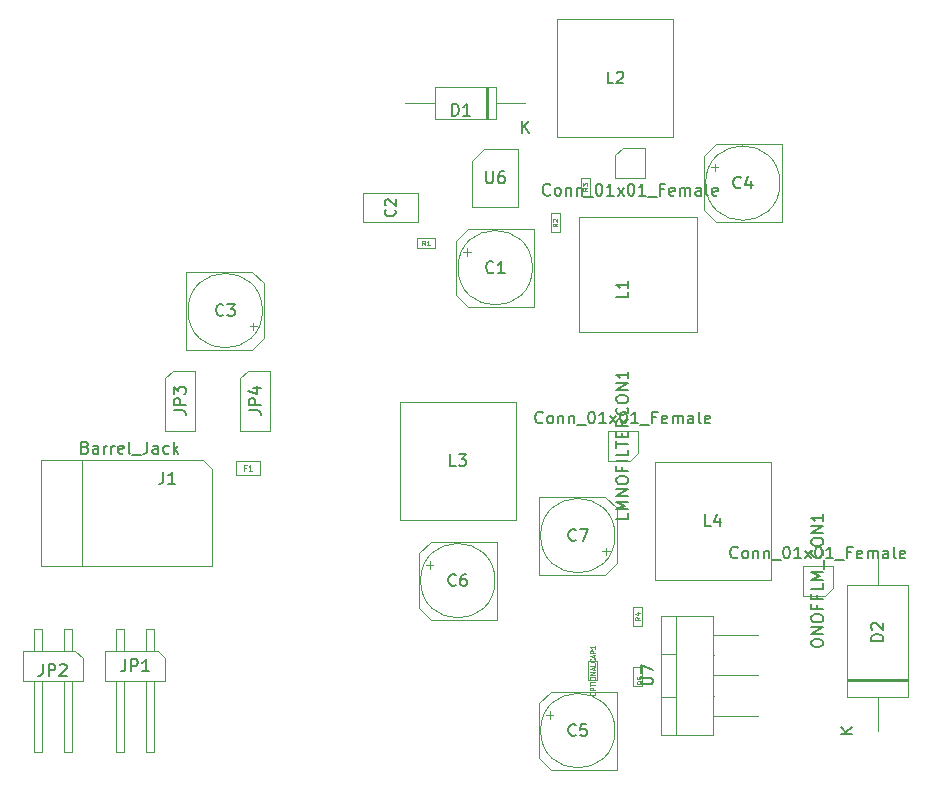
<source format=gbr>
G04 #@! TF.GenerationSoftware,KiCad,Pcbnew,5.0.2+dfsg1-1~bpo9+1*
G04 #@! TF.CreationDate,2019-12-06T02:16:18-05:00*
G04 #@! TF.ProjectId,uno,756e6f2e-6b69-4636-9164-5f7063625858,v1.0*
G04 #@! TF.SameCoordinates,Original*
G04 #@! TF.FileFunction,Other,Fab,Top*
%FSLAX46Y46*%
G04 Gerber Fmt 4.6, Leading zero omitted, Abs format (unit mm)*
G04 Created by KiCad (PCBNEW 5.0.2+dfsg1-1~bpo9+1) date Fri 06 Dec 2019 02:16:18 AM EST*
%MOMM*%
%LPD*%
G01*
G04 APERTURE LIST*
%ADD10C,0.100000*%
%ADD11C,0.080000*%
%ADD12C,0.150000*%
%ADD13C,0.141000*%
%ADD14C,0.060000*%
G04 APERTURE END LIST*
D10*
G04 #@! TO.C,F1*
X56785000Y-86395000D02*
X58785000Y-86395000D01*
X56785000Y-87595000D02*
X56785000Y-86395000D01*
X58785000Y-87595000D02*
X56785000Y-87595000D01*
X58785000Y-86395000D02*
X58785000Y-87595000D01*
G04 #@! TO.C,JP4*
X57150000Y-79375000D02*
X57785000Y-78740000D01*
X57150000Y-83820000D02*
X57150000Y-79375000D01*
X59690000Y-83820000D02*
X57150000Y-83820000D01*
X59690000Y-78740000D02*
X59690000Y-83820000D01*
X57785000Y-78740000D02*
X59690000Y-78740000D01*
G04 #@! TO.C,C2*
X67540000Y-66197500D02*
X72240000Y-66197500D01*
X67540000Y-63697500D02*
X67540000Y-66197500D01*
X72240000Y-63697500D02*
X67540000Y-63697500D01*
X72240000Y-66197500D02*
X72240000Y-63697500D01*
G04 #@! TO.C,JP3*
X50800000Y-79375000D02*
X51435000Y-78740000D01*
X50800000Y-83820000D02*
X50800000Y-79375000D01*
X53340000Y-83820000D02*
X50800000Y-83820000D01*
X53340000Y-78740000D02*
X53340000Y-83820000D01*
X51435000Y-78740000D02*
X53340000Y-78740000D01*
G04 #@! TO.C,C1*
X76350162Y-68382500D02*
X76350162Y-69012500D01*
X76035162Y-68697500D02*
X76665162Y-68697500D01*
X75440000Y-72327500D02*
X76440000Y-73327500D01*
X75440000Y-67727500D02*
X76440000Y-66727500D01*
X75440000Y-67727500D02*
X75440000Y-72327500D01*
X76440000Y-73327500D02*
X82040000Y-73327500D01*
X76440000Y-66727500D02*
X82040000Y-66727500D01*
X82040000Y-66727500D02*
X82040000Y-73327500D01*
X81890000Y-70027500D02*
G75*
G03X81890000Y-70027500I-3150000J0D01*
G01*
G04 #@! TO.C,C3*
X58269838Y-75305000D02*
X58269838Y-74675000D01*
X58584838Y-74990000D02*
X57954838Y-74990000D01*
X59180000Y-71360000D02*
X58180000Y-70360000D01*
X59180000Y-75960000D02*
X58180000Y-76960000D01*
X59180000Y-75960000D02*
X59180000Y-71360000D01*
X58180000Y-70360000D02*
X52580000Y-70360000D01*
X58180000Y-76960000D02*
X52580000Y-76960000D01*
X52580000Y-76960000D02*
X52580000Y-70360000D01*
X59030000Y-73660000D02*
G75*
G03X59030000Y-73660000I-3150000J0D01*
G01*
G04 #@! TO.C,C4*
X102845000Y-62865000D02*
G75*
G03X102845000Y-62865000I-3150000J0D01*
G01*
X102995000Y-59565000D02*
X102995000Y-66165000D01*
X97395000Y-59565000D02*
X102995000Y-59565000D01*
X97395000Y-66165000D02*
X102995000Y-66165000D01*
X96395000Y-60565000D02*
X96395000Y-65165000D01*
X96395000Y-60565000D02*
X97395000Y-59565000D01*
X96395000Y-65165000D02*
X97395000Y-66165000D01*
X96990162Y-61535000D02*
X97620162Y-61535000D01*
X97305162Y-61220000D02*
X97305162Y-61850000D01*
G04 #@! TO.C,C5*
X88875000Y-109220000D02*
G75*
G03X88875000Y-109220000I-3150000J0D01*
G01*
X89025000Y-105920000D02*
X89025000Y-112520000D01*
X83425000Y-105920000D02*
X89025000Y-105920000D01*
X83425000Y-112520000D02*
X89025000Y-112520000D01*
X82425000Y-106920000D02*
X82425000Y-111520000D01*
X82425000Y-106920000D02*
X83425000Y-105920000D01*
X82425000Y-111520000D02*
X83425000Y-112520000D01*
X83020162Y-107890000D02*
X83650162Y-107890000D01*
X83335162Y-107575000D02*
X83335162Y-108205000D01*
G04 #@! TO.C,C6*
X78715000Y-96520000D02*
G75*
G03X78715000Y-96520000I-3150000J0D01*
G01*
X78865000Y-93220000D02*
X78865000Y-99820000D01*
X73265000Y-93220000D02*
X78865000Y-93220000D01*
X73265000Y-99820000D02*
X78865000Y-99820000D01*
X72265000Y-94220000D02*
X72265000Y-98820000D01*
X72265000Y-94220000D02*
X73265000Y-93220000D01*
X72265000Y-98820000D02*
X73265000Y-99820000D01*
X72860162Y-95190000D02*
X73490162Y-95190000D01*
X73175162Y-94875000D02*
X73175162Y-95505000D01*
G04 #@! TO.C,C7*
X88114838Y-94355000D02*
X88114838Y-93725000D01*
X88429838Y-94040000D02*
X87799838Y-94040000D01*
X89025000Y-90410000D02*
X88025000Y-89410000D01*
X89025000Y-95010000D02*
X88025000Y-96010000D01*
X89025000Y-95010000D02*
X89025000Y-90410000D01*
X88025000Y-89410000D02*
X82425000Y-89410000D01*
X88025000Y-96010000D02*
X82425000Y-96010000D01*
X82425000Y-96010000D02*
X82425000Y-89410000D01*
X88875000Y-92710000D02*
G75*
G03X88875000Y-92710000I-3150000J0D01*
G01*
G04 #@! TO.C,D1*
X78800000Y-57407500D02*
X78800000Y-54707500D01*
X78800000Y-54707500D02*
X73600000Y-54707500D01*
X73600000Y-54707500D02*
X73600000Y-57407500D01*
X73600000Y-57407500D02*
X78800000Y-57407500D01*
X81280000Y-56057500D02*
X78800000Y-56057500D01*
X71120000Y-56057500D02*
X73600000Y-56057500D01*
X78020000Y-57407500D02*
X78020000Y-54707500D01*
X77920000Y-57407500D02*
X77920000Y-54707500D01*
X78120000Y-57407500D02*
X78120000Y-54707500D01*
G04 #@! TO.C,D2*
X108525000Y-106350000D02*
X113725000Y-106350000D01*
X113725000Y-106350000D02*
X113725000Y-96850000D01*
X113725000Y-96850000D02*
X108525000Y-96850000D01*
X108525000Y-96850000D02*
X108525000Y-106350000D01*
X111125000Y-109220000D02*
X111125000Y-106350000D01*
X111125000Y-93980000D02*
X111125000Y-96850000D01*
X108525000Y-104925000D02*
X113725000Y-104925000D01*
X108525000Y-104825000D02*
X113725000Y-104825000D01*
X108525000Y-105025000D02*
X113725000Y-105025000D01*
G04 #@! TO.C,J1*
X53971787Y-86299575D02*
X54775000Y-87055000D01*
X43775000Y-86305000D02*
X43775000Y-95305000D01*
X40275000Y-86305000D02*
X40275000Y-95305000D01*
X40275000Y-95305000D02*
X54775000Y-95305000D01*
X54775000Y-95305000D02*
X54775000Y-87055000D01*
X53975000Y-86305000D02*
X40275000Y-86305000D01*
G04 #@! TO.C,JP1*
X50800000Y-103100000D02*
X50800000Y-105005000D01*
X50800000Y-105005000D02*
X45720000Y-105005000D01*
X45720000Y-105005000D02*
X45720000Y-102465000D01*
X45720000Y-102465000D02*
X50165000Y-102465000D01*
X50165000Y-102465000D02*
X50800000Y-103100000D01*
X49850000Y-100645000D02*
X49850000Y-102465000D01*
X49850000Y-100645000D02*
X49210000Y-100645000D01*
X49210000Y-100645000D02*
X49210000Y-102465000D01*
X49850000Y-105005000D02*
X49850000Y-111005000D01*
X49850000Y-111005000D02*
X49210000Y-111005000D01*
X49210000Y-105005000D02*
X49210000Y-111005000D01*
X47310000Y-100645000D02*
X47310000Y-102465000D01*
X47310000Y-100645000D02*
X46670000Y-100645000D01*
X46670000Y-100645000D02*
X46670000Y-102465000D01*
X47310000Y-105005000D02*
X47310000Y-111005000D01*
X47310000Y-111005000D02*
X46670000Y-111005000D01*
X46670000Y-105005000D02*
X46670000Y-111005000D01*
G04 #@! TO.C,JP2*
X39685000Y-105005000D02*
X39685000Y-111005000D01*
X40325000Y-111005000D02*
X39685000Y-111005000D01*
X40325000Y-105005000D02*
X40325000Y-111005000D01*
X39685000Y-100645000D02*
X39685000Y-102465000D01*
X40325000Y-100645000D02*
X39685000Y-100645000D01*
X40325000Y-100645000D02*
X40325000Y-102465000D01*
X42225000Y-105005000D02*
X42225000Y-111005000D01*
X42865000Y-111005000D02*
X42225000Y-111005000D01*
X42865000Y-105005000D02*
X42865000Y-111005000D01*
X42225000Y-100645000D02*
X42225000Y-102465000D01*
X42865000Y-100645000D02*
X42225000Y-100645000D01*
X42865000Y-100645000D02*
X42865000Y-102465000D01*
X43180000Y-102465000D02*
X43815000Y-103100000D01*
X38735000Y-102465000D02*
X43180000Y-102465000D01*
X38735000Y-105005000D02*
X38735000Y-102465000D01*
X43815000Y-105005000D02*
X38735000Y-105005000D01*
X43815000Y-103100000D02*
X43815000Y-105005000D01*
G04 #@! TO.C,L1*
X95805000Y-75510000D02*
X85805000Y-75510000D01*
X95805000Y-65710000D02*
X85805000Y-65710000D01*
X95805000Y-65710000D02*
X95805000Y-75510000D01*
X85805000Y-65710000D02*
X85805000Y-75510000D01*
G04 #@! TO.C,L2*
X84000000Y-58975000D02*
X93800000Y-58975000D01*
X84000000Y-48975000D02*
X93800000Y-48975000D01*
X84000000Y-48975000D02*
X84000000Y-58975000D01*
X93800000Y-48975000D02*
X93800000Y-58975000D01*
G04 #@! TO.C,L3*
X80465000Y-81360000D02*
X70665000Y-81360000D01*
X80465000Y-91360000D02*
X70665000Y-91360000D01*
X80465000Y-91360000D02*
X80465000Y-81360000D01*
X70665000Y-91360000D02*
X70665000Y-81360000D01*
G04 #@! TO.C,L4*
X92255000Y-96440000D02*
X92255000Y-86440000D01*
X102055000Y-96440000D02*
X102055000Y-86440000D01*
X102055000Y-96440000D02*
X92255000Y-96440000D01*
X102055000Y-86440000D02*
X92255000Y-86440000D01*
G04 #@! TO.C,LMNOFILTERCON1*
X90170000Y-86360000D02*
X88265000Y-86360000D01*
X88265000Y-86360000D02*
X88265000Y-83820000D01*
X88265000Y-83820000D02*
X90805000Y-83820000D01*
X90805000Y-83820000D02*
X90805000Y-85725000D01*
X90805000Y-85725000D02*
X90170000Y-86360000D01*
G04 #@! TO.C,MCNOFILTERCON1*
X89535000Y-59867500D02*
X91440000Y-59867500D01*
X91440000Y-59867500D02*
X91440000Y-62407500D01*
X91440000Y-62407500D02*
X88900000Y-62407500D01*
X88900000Y-62407500D02*
X88900000Y-60502500D01*
X88900000Y-60502500D02*
X89535000Y-59867500D01*
G04 #@! TO.C,ONOFFLM_CON1*
X107315000Y-97155000D02*
X106680000Y-97790000D01*
X107315000Y-95250000D02*
X107315000Y-97155000D01*
X104775000Y-95250000D02*
X107315000Y-95250000D01*
X104775000Y-97790000D02*
X104775000Y-95250000D01*
X106680000Y-97790000D02*
X104775000Y-97790000D01*
G04 #@! TO.C,OPTIONALCAP1*
X86595000Y-103340000D02*
X87395000Y-103340000D01*
X87395000Y-103340000D02*
X87395000Y-104940000D01*
X87395000Y-104940000D02*
X86595000Y-104940000D01*
X86595000Y-104940000D02*
X86595000Y-103340000D01*
G04 #@! TO.C,R1*
X73672500Y-68345000D02*
X72072500Y-68345000D01*
X73672500Y-67545000D02*
X73672500Y-68345000D01*
X72072500Y-67545000D02*
X73672500Y-67545000D01*
X72072500Y-68345000D02*
X72072500Y-67545000D01*
G04 #@! TO.C,R2*
X84220000Y-67017500D02*
X83420000Y-67017500D01*
X83420000Y-67017500D02*
X83420000Y-65417500D01*
X83420000Y-65417500D02*
X84220000Y-65417500D01*
X84220000Y-65417500D02*
X84220000Y-67017500D01*
G04 #@! TO.C,R3*
X85960000Y-63995000D02*
X85960000Y-62395000D01*
X86760000Y-63995000D02*
X85960000Y-63995000D01*
X86760000Y-62395000D02*
X86760000Y-63995000D01*
X85960000Y-62395000D02*
X86760000Y-62395000D01*
G04 #@! TO.C,R4*
X91205000Y-100342500D02*
X90405000Y-100342500D01*
X90405000Y-100342500D02*
X90405000Y-98742500D01*
X90405000Y-98742500D02*
X91205000Y-98742500D01*
X91205000Y-98742500D02*
X91205000Y-100342500D01*
G04 #@! TO.C,R5*
X90405000Y-105422500D02*
X90405000Y-103822500D01*
X91205000Y-105422500D02*
X90405000Y-105422500D01*
X91205000Y-103822500D02*
X91205000Y-105422500D01*
X90405000Y-103822500D02*
X91205000Y-103822500D01*
G04 #@! TO.C,U6*
X77790000Y-59957500D02*
X80690000Y-59957500D01*
X80690000Y-59957500D02*
X80690000Y-64857500D01*
X80690000Y-64857500D02*
X76790000Y-64857500D01*
X76790000Y-64857500D02*
X76790000Y-60957500D01*
X76790000Y-60957500D02*
X77790000Y-59957500D01*
G04 #@! TO.C,U7*
X92765000Y-109550000D02*
X97165000Y-109550000D01*
X97165000Y-109550000D02*
X97165000Y-99550000D01*
X97165000Y-99550000D02*
X92765000Y-99550000D01*
X92765000Y-99550000D02*
X92765000Y-109550000D01*
X94035000Y-109550000D02*
X94035000Y-99550000D01*
X92765000Y-106400000D02*
X94035000Y-106400000D01*
X92765000Y-102700000D02*
X94035000Y-102700000D01*
X97165000Y-107950000D02*
X100965000Y-107950000D01*
X97165000Y-106250000D02*
X97265000Y-106250000D01*
X97165000Y-104550000D02*
X100965000Y-104550000D01*
X97165000Y-102850000D02*
X97265000Y-102850000D01*
X97165000Y-101150000D02*
X100965000Y-101150000D01*
G04 #@! TD*
G04 #@! TO.C,F1*
D11*
X57618333Y-86959285D02*
X57451666Y-86959285D01*
X57451666Y-87221190D02*
X57451666Y-86721190D01*
X57689761Y-86721190D01*
X58142142Y-87221190D02*
X57856428Y-87221190D01*
X57999285Y-87221190D02*
X57999285Y-86721190D01*
X57951666Y-86792619D01*
X57904047Y-86840238D01*
X57856428Y-86864047D01*
G04 #@! TO.C,JP4*
D12*
X57872380Y-82113333D02*
X58586666Y-82113333D01*
X58729523Y-82160952D01*
X58824761Y-82256190D01*
X58872380Y-82399047D01*
X58872380Y-82494285D01*
X58872380Y-81637142D02*
X57872380Y-81637142D01*
X57872380Y-81256190D01*
X57920000Y-81160952D01*
X57967619Y-81113333D01*
X58062857Y-81065714D01*
X58205714Y-81065714D01*
X58300952Y-81113333D01*
X58348571Y-81160952D01*
X58396190Y-81256190D01*
X58396190Y-81637142D01*
X58205714Y-80208571D02*
X58872380Y-80208571D01*
X57824761Y-80446666D02*
X58539047Y-80684761D01*
X58539047Y-80065714D01*
G04 #@! TO.C,C2*
D13*
X70225714Y-65104166D02*
X70270476Y-65148928D01*
X70315238Y-65283214D01*
X70315238Y-65372738D01*
X70270476Y-65507023D01*
X70180952Y-65596547D01*
X70091428Y-65641309D01*
X69912380Y-65686071D01*
X69778095Y-65686071D01*
X69599047Y-65641309D01*
X69509523Y-65596547D01*
X69420000Y-65507023D01*
X69375238Y-65372738D01*
X69375238Y-65283214D01*
X69420000Y-65148928D01*
X69464761Y-65104166D01*
X69464761Y-64746071D02*
X69420000Y-64701309D01*
X69375238Y-64611785D01*
X69375238Y-64387976D01*
X69420000Y-64298452D01*
X69464761Y-64253690D01*
X69554285Y-64208928D01*
X69643809Y-64208928D01*
X69778095Y-64253690D01*
X70315238Y-64790833D01*
X70315238Y-64208928D01*
G04 #@! TO.C,JP3*
D12*
X51522380Y-82113333D02*
X52236666Y-82113333D01*
X52379523Y-82160952D01*
X52474761Y-82256190D01*
X52522380Y-82399047D01*
X52522380Y-82494285D01*
X52522380Y-81637142D02*
X51522380Y-81637142D01*
X51522380Y-81256190D01*
X51570000Y-81160952D01*
X51617619Y-81113333D01*
X51712857Y-81065714D01*
X51855714Y-81065714D01*
X51950952Y-81113333D01*
X51998571Y-81160952D01*
X52046190Y-81256190D01*
X52046190Y-81637142D01*
X51522380Y-80732380D02*
X51522380Y-80113333D01*
X51903333Y-80446666D01*
X51903333Y-80303809D01*
X51950952Y-80208571D01*
X51998571Y-80160952D01*
X52093809Y-80113333D01*
X52331904Y-80113333D01*
X52427142Y-80160952D01*
X52474761Y-80208571D01*
X52522380Y-80303809D01*
X52522380Y-80589523D01*
X52474761Y-80684761D01*
X52427142Y-80732380D01*
G04 #@! TO.C,C1*
X78573333Y-70384642D02*
X78525714Y-70432261D01*
X78382857Y-70479880D01*
X78287619Y-70479880D01*
X78144761Y-70432261D01*
X78049523Y-70337023D01*
X78001904Y-70241785D01*
X77954285Y-70051309D01*
X77954285Y-69908452D01*
X78001904Y-69717976D01*
X78049523Y-69622738D01*
X78144761Y-69527500D01*
X78287619Y-69479880D01*
X78382857Y-69479880D01*
X78525714Y-69527500D01*
X78573333Y-69575119D01*
X79525714Y-70479880D02*
X78954285Y-70479880D01*
X79240000Y-70479880D02*
X79240000Y-69479880D01*
X79144761Y-69622738D01*
X79049523Y-69717976D01*
X78954285Y-69765595D01*
G04 #@! TO.C,C3*
X55713333Y-74017142D02*
X55665714Y-74064761D01*
X55522857Y-74112380D01*
X55427619Y-74112380D01*
X55284761Y-74064761D01*
X55189523Y-73969523D01*
X55141904Y-73874285D01*
X55094285Y-73683809D01*
X55094285Y-73540952D01*
X55141904Y-73350476D01*
X55189523Y-73255238D01*
X55284761Y-73160000D01*
X55427619Y-73112380D01*
X55522857Y-73112380D01*
X55665714Y-73160000D01*
X55713333Y-73207619D01*
X56046666Y-73112380D02*
X56665714Y-73112380D01*
X56332380Y-73493333D01*
X56475238Y-73493333D01*
X56570476Y-73540952D01*
X56618095Y-73588571D01*
X56665714Y-73683809D01*
X56665714Y-73921904D01*
X56618095Y-74017142D01*
X56570476Y-74064761D01*
X56475238Y-74112380D01*
X56189523Y-74112380D01*
X56094285Y-74064761D01*
X56046666Y-74017142D01*
G04 #@! TO.C,C4*
X99528333Y-63222142D02*
X99480714Y-63269761D01*
X99337857Y-63317380D01*
X99242619Y-63317380D01*
X99099761Y-63269761D01*
X99004523Y-63174523D01*
X98956904Y-63079285D01*
X98909285Y-62888809D01*
X98909285Y-62745952D01*
X98956904Y-62555476D01*
X99004523Y-62460238D01*
X99099761Y-62365000D01*
X99242619Y-62317380D01*
X99337857Y-62317380D01*
X99480714Y-62365000D01*
X99528333Y-62412619D01*
X100385476Y-62650714D02*
X100385476Y-63317380D01*
X100147380Y-62269761D02*
X99909285Y-62984047D01*
X100528333Y-62984047D01*
G04 #@! TO.C,C5*
X85558333Y-109577142D02*
X85510714Y-109624761D01*
X85367857Y-109672380D01*
X85272619Y-109672380D01*
X85129761Y-109624761D01*
X85034523Y-109529523D01*
X84986904Y-109434285D01*
X84939285Y-109243809D01*
X84939285Y-109100952D01*
X84986904Y-108910476D01*
X85034523Y-108815238D01*
X85129761Y-108720000D01*
X85272619Y-108672380D01*
X85367857Y-108672380D01*
X85510714Y-108720000D01*
X85558333Y-108767619D01*
X86463095Y-108672380D02*
X85986904Y-108672380D01*
X85939285Y-109148571D01*
X85986904Y-109100952D01*
X86082142Y-109053333D01*
X86320238Y-109053333D01*
X86415476Y-109100952D01*
X86463095Y-109148571D01*
X86510714Y-109243809D01*
X86510714Y-109481904D01*
X86463095Y-109577142D01*
X86415476Y-109624761D01*
X86320238Y-109672380D01*
X86082142Y-109672380D01*
X85986904Y-109624761D01*
X85939285Y-109577142D01*
G04 #@! TO.C,C6*
X75398333Y-96877142D02*
X75350714Y-96924761D01*
X75207857Y-96972380D01*
X75112619Y-96972380D01*
X74969761Y-96924761D01*
X74874523Y-96829523D01*
X74826904Y-96734285D01*
X74779285Y-96543809D01*
X74779285Y-96400952D01*
X74826904Y-96210476D01*
X74874523Y-96115238D01*
X74969761Y-96020000D01*
X75112619Y-95972380D01*
X75207857Y-95972380D01*
X75350714Y-96020000D01*
X75398333Y-96067619D01*
X76255476Y-95972380D02*
X76065000Y-95972380D01*
X75969761Y-96020000D01*
X75922142Y-96067619D01*
X75826904Y-96210476D01*
X75779285Y-96400952D01*
X75779285Y-96781904D01*
X75826904Y-96877142D01*
X75874523Y-96924761D01*
X75969761Y-96972380D01*
X76160238Y-96972380D01*
X76255476Y-96924761D01*
X76303095Y-96877142D01*
X76350714Y-96781904D01*
X76350714Y-96543809D01*
X76303095Y-96448571D01*
X76255476Y-96400952D01*
X76160238Y-96353333D01*
X75969761Y-96353333D01*
X75874523Y-96400952D01*
X75826904Y-96448571D01*
X75779285Y-96543809D01*
G04 #@! TO.C,C7*
X85558333Y-93067142D02*
X85510714Y-93114761D01*
X85367857Y-93162380D01*
X85272619Y-93162380D01*
X85129761Y-93114761D01*
X85034523Y-93019523D01*
X84986904Y-92924285D01*
X84939285Y-92733809D01*
X84939285Y-92590952D01*
X84986904Y-92400476D01*
X85034523Y-92305238D01*
X85129761Y-92210000D01*
X85272619Y-92162380D01*
X85367857Y-92162380D01*
X85510714Y-92210000D01*
X85558333Y-92257619D01*
X85891666Y-92162380D02*
X86558333Y-92162380D01*
X86129761Y-93162380D01*
G04 #@! TO.C,D1*
X75071904Y-57144880D02*
X75071904Y-56144880D01*
X75310000Y-56144880D01*
X75452857Y-56192500D01*
X75548095Y-56287738D01*
X75595714Y-56382976D01*
X75643333Y-56573452D01*
X75643333Y-56716309D01*
X75595714Y-56906785D01*
X75548095Y-57002023D01*
X75452857Y-57097261D01*
X75310000Y-57144880D01*
X75071904Y-57144880D01*
X76595714Y-57144880D02*
X76024285Y-57144880D01*
X76310000Y-57144880D02*
X76310000Y-56144880D01*
X76214761Y-56287738D01*
X76119523Y-56382976D01*
X76024285Y-56430595D01*
X81018095Y-58609880D02*
X81018095Y-57609880D01*
X81589523Y-58609880D02*
X81160952Y-58038452D01*
X81589523Y-57609880D02*
X81018095Y-58181309D01*
G04 #@! TO.C,D2*
X111577380Y-101625595D02*
X110577380Y-101625595D01*
X110577380Y-101387500D01*
X110625000Y-101244642D01*
X110720238Y-101149404D01*
X110815476Y-101101785D01*
X111005952Y-101054166D01*
X111148809Y-101054166D01*
X111339285Y-101101785D01*
X111434523Y-101149404D01*
X111529761Y-101244642D01*
X111577380Y-101387500D01*
X111577380Y-101625595D01*
X110672619Y-100673214D02*
X110625000Y-100625595D01*
X110577380Y-100530357D01*
X110577380Y-100292261D01*
X110625000Y-100197023D01*
X110672619Y-100149404D01*
X110767857Y-100101785D01*
X110863095Y-100101785D01*
X111005952Y-100149404D01*
X111577380Y-100720833D01*
X111577380Y-100101785D01*
X108977380Y-109481904D02*
X107977380Y-109481904D01*
X108977380Y-108910476D02*
X108405952Y-109339047D01*
X107977380Y-108910476D02*
X108548809Y-109481904D01*
G04 #@! TO.C,J1*
X44036904Y-85233571D02*
X44179761Y-85281190D01*
X44227380Y-85328809D01*
X44275000Y-85424047D01*
X44275000Y-85566904D01*
X44227380Y-85662142D01*
X44179761Y-85709761D01*
X44084523Y-85757380D01*
X43703571Y-85757380D01*
X43703571Y-84757380D01*
X44036904Y-84757380D01*
X44132142Y-84805000D01*
X44179761Y-84852619D01*
X44227380Y-84947857D01*
X44227380Y-85043095D01*
X44179761Y-85138333D01*
X44132142Y-85185952D01*
X44036904Y-85233571D01*
X43703571Y-85233571D01*
X45132142Y-85757380D02*
X45132142Y-85233571D01*
X45084523Y-85138333D01*
X44989285Y-85090714D01*
X44798809Y-85090714D01*
X44703571Y-85138333D01*
X45132142Y-85709761D02*
X45036904Y-85757380D01*
X44798809Y-85757380D01*
X44703571Y-85709761D01*
X44655952Y-85614523D01*
X44655952Y-85519285D01*
X44703571Y-85424047D01*
X44798809Y-85376428D01*
X45036904Y-85376428D01*
X45132142Y-85328809D01*
X45608333Y-85757380D02*
X45608333Y-85090714D01*
X45608333Y-85281190D02*
X45655952Y-85185952D01*
X45703571Y-85138333D01*
X45798809Y-85090714D01*
X45894047Y-85090714D01*
X46227380Y-85757380D02*
X46227380Y-85090714D01*
X46227380Y-85281190D02*
X46275000Y-85185952D01*
X46322619Y-85138333D01*
X46417857Y-85090714D01*
X46513095Y-85090714D01*
X47227380Y-85709761D02*
X47132142Y-85757380D01*
X46941666Y-85757380D01*
X46846428Y-85709761D01*
X46798809Y-85614523D01*
X46798809Y-85233571D01*
X46846428Y-85138333D01*
X46941666Y-85090714D01*
X47132142Y-85090714D01*
X47227380Y-85138333D01*
X47275000Y-85233571D01*
X47275000Y-85328809D01*
X46798809Y-85424047D01*
X47846428Y-85757380D02*
X47751190Y-85709761D01*
X47703571Y-85614523D01*
X47703571Y-84757380D01*
X47989285Y-85852619D02*
X48751190Y-85852619D01*
X49275000Y-84757380D02*
X49275000Y-85471666D01*
X49227380Y-85614523D01*
X49132142Y-85709761D01*
X48989285Y-85757380D01*
X48894047Y-85757380D01*
X50179761Y-85757380D02*
X50179761Y-85233571D01*
X50132142Y-85138333D01*
X50036904Y-85090714D01*
X49846428Y-85090714D01*
X49751190Y-85138333D01*
X50179761Y-85709761D02*
X50084523Y-85757380D01*
X49846428Y-85757380D01*
X49751190Y-85709761D01*
X49703571Y-85614523D01*
X49703571Y-85519285D01*
X49751190Y-85424047D01*
X49846428Y-85376428D01*
X50084523Y-85376428D01*
X50179761Y-85328809D01*
X51084523Y-85709761D02*
X50989285Y-85757380D01*
X50798809Y-85757380D01*
X50703571Y-85709761D01*
X50655952Y-85662142D01*
X50608333Y-85566904D01*
X50608333Y-85281190D01*
X50655952Y-85185952D01*
X50703571Y-85138333D01*
X50798809Y-85090714D01*
X50989285Y-85090714D01*
X51084523Y-85138333D01*
X51513095Y-85757380D02*
X51513095Y-84757380D01*
X51608333Y-85376428D02*
X51894047Y-85757380D01*
X51894047Y-85090714D02*
X51513095Y-85471666D01*
X50641666Y-87307380D02*
X50641666Y-88021666D01*
X50594047Y-88164523D01*
X50498809Y-88259761D01*
X50355952Y-88307380D01*
X50260714Y-88307380D01*
X51641666Y-88307380D02*
X51070238Y-88307380D01*
X51355952Y-88307380D02*
X51355952Y-87307380D01*
X51260714Y-87450238D01*
X51165476Y-87545476D01*
X51070238Y-87593095D01*
G04 #@! TO.C,JP1*
X47426666Y-103187380D02*
X47426666Y-103901666D01*
X47379047Y-104044523D01*
X47283809Y-104139761D01*
X47140952Y-104187380D01*
X47045714Y-104187380D01*
X47902857Y-104187380D02*
X47902857Y-103187380D01*
X48283809Y-103187380D01*
X48379047Y-103235000D01*
X48426666Y-103282619D01*
X48474285Y-103377857D01*
X48474285Y-103520714D01*
X48426666Y-103615952D01*
X48379047Y-103663571D01*
X48283809Y-103711190D01*
X47902857Y-103711190D01*
X49426666Y-104187380D02*
X48855238Y-104187380D01*
X49140952Y-104187380D02*
X49140952Y-103187380D01*
X49045714Y-103330238D01*
X48950476Y-103425476D01*
X48855238Y-103473095D01*
G04 #@! TO.C,JP2*
X40441666Y-103592380D02*
X40441666Y-104306666D01*
X40394047Y-104449523D01*
X40298809Y-104544761D01*
X40155952Y-104592380D01*
X40060714Y-104592380D01*
X40917857Y-104592380D02*
X40917857Y-103592380D01*
X41298809Y-103592380D01*
X41394047Y-103640000D01*
X41441666Y-103687619D01*
X41489285Y-103782857D01*
X41489285Y-103925714D01*
X41441666Y-104020952D01*
X41394047Y-104068571D01*
X41298809Y-104116190D01*
X40917857Y-104116190D01*
X41870238Y-103687619D02*
X41917857Y-103640000D01*
X42013095Y-103592380D01*
X42251190Y-103592380D01*
X42346428Y-103640000D01*
X42394047Y-103687619D01*
X42441666Y-103782857D01*
X42441666Y-103878095D01*
X42394047Y-104020952D01*
X41822619Y-104592380D01*
X42441666Y-104592380D01*
G04 #@! TO.C,L1*
X89987380Y-72046666D02*
X89987380Y-72522857D01*
X88987380Y-72522857D01*
X89987380Y-71189523D02*
X89987380Y-71760952D01*
X89987380Y-71475238D02*
X88987380Y-71475238D01*
X89130238Y-71570476D01*
X89225476Y-71665714D01*
X89273095Y-71760952D01*
G04 #@! TO.C,L2*
X88733333Y-54427380D02*
X88257142Y-54427380D01*
X88257142Y-53427380D01*
X89019047Y-53522619D02*
X89066666Y-53475000D01*
X89161904Y-53427380D01*
X89400000Y-53427380D01*
X89495238Y-53475000D01*
X89542857Y-53522619D01*
X89590476Y-53617857D01*
X89590476Y-53713095D01*
X89542857Y-53855952D01*
X88971428Y-54427380D01*
X89590476Y-54427380D01*
G04 #@! TO.C,L3*
X75398333Y-86812380D02*
X74922142Y-86812380D01*
X74922142Y-85812380D01*
X75636428Y-85812380D02*
X76255476Y-85812380D01*
X75922142Y-86193333D01*
X76065000Y-86193333D01*
X76160238Y-86240952D01*
X76207857Y-86288571D01*
X76255476Y-86383809D01*
X76255476Y-86621904D01*
X76207857Y-86717142D01*
X76160238Y-86764761D01*
X76065000Y-86812380D01*
X75779285Y-86812380D01*
X75684047Y-86764761D01*
X75636428Y-86717142D01*
G04 #@! TO.C,L4*
X96988333Y-91892380D02*
X96512142Y-91892380D01*
X96512142Y-90892380D01*
X97750238Y-91225714D02*
X97750238Y-91892380D01*
X97512142Y-90844761D02*
X97274047Y-91559047D01*
X97893095Y-91559047D01*
G04 #@! TO.C,LMNOFILTERCON1*
X82749285Y-83117142D02*
X82701666Y-83164761D01*
X82558809Y-83212380D01*
X82463571Y-83212380D01*
X82320714Y-83164761D01*
X82225476Y-83069523D01*
X82177857Y-82974285D01*
X82130238Y-82783809D01*
X82130238Y-82640952D01*
X82177857Y-82450476D01*
X82225476Y-82355238D01*
X82320714Y-82260000D01*
X82463571Y-82212380D01*
X82558809Y-82212380D01*
X82701666Y-82260000D01*
X82749285Y-82307619D01*
X83320714Y-83212380D02*
X83225476Y-83164761D01*
X83177857Y-83117142D01*
X83130238Y-83021904D01*
X83130238Y-82736190D01*
X83177857Y-82640952D01*
X83225476Y-82593333D01*
X83320714Y-82545714D01*
X83463571Y-82545714D01*
X83558809Y-82593333D01*
X83606428Y-82640952D01*
X83654047Y-82736190D01*
X83654047Y-83021904D01*
X83606428Y-83117142D01*
X83558809Y-83164761D01*
X83463571Y-83212380D01*
X83320714Y-83212380D01*
X84082619Y-82545714D02*
X84082619Y-83212380D01*
X84082619Y-82640952D02*
X84130238Y-82593333D01*
X84225476Y-82545714D01*
X84368333Y-82545714D01*
X84463571Y-82593333D01*
X84511190Y-82688571D01*
X84511190Y-83212380D01*
X84987380Y-82545714D02*
X84987380Y-83212380D01*
X84987380Y-82640952D02*
X85035000Y-82593333D01*
X85130238Y-82545714D01*
X85273095Y-82545714D01*
X85368333Y-82593333D01*
X85415952Y-82688571D01*
X85415952Y-83212380D01*
X85654047Y-83307619D02*
X86415952Y-83307619D01*
X86844523Y-82212380D02*
X86939761Y-82212380D01*
X87035000Y-82260000D01*
X87082619Y-82307619D01*
X87130238Y-82402857D01*
X87177857Y-82593333D01*
X87177857Y-82831428D01*
X87130238Y-83021904D01*
X87082619Y-83117142D01*
X87035000Y-83164761D01*
X86939761Y-83212380D01*
X86844523Y-83212380D01*
X86749285Y-83164761D01*
X86701666Y-83117142D01*
X86654047Y-83021904D01*
X86606428Y-82831428D01*
X86606428Y-82593333D01*
X86654047Y-82402857D01*
X86701666Y-82307619D01*
X86749285Y-82260000D01*
X86844523Y-82212380D01*
X88130238Y-83212380D02*
X87558809Y-83212380D01*
X87844523Y-83212380D02*
X87844523Y-82212380D01*
X87749285Y-82355238D01*
X87654047Y-82450476D01*
X87558809Y-82498095D01*
X88463571Y-83212380D02*
X88987380Y-82545714D01*
X88463571Y-82545714D02*
X88987380Y-83212380D01*
X89558809Y-82212380D02*
X89654047Y-82212380D01*
X89749285Y-82260000D01*
X89796904Y-82307619D01*
X89844523Y-82402857D01*
X89892142Y-82593333D01*
X89892142Y-82831428D01*
X89844523Y-83021904D01*
X89796904Y-83117142D01*
X89749285Y-83164761D01*
X89654047Y-83212380D01*
X89558809Y-83212380D01*
X89463571Y-83164761D01*
X89415952Y-83117142D01*
X89368333Y-83021904D01*
X89320714Y-82831428D01*
X89320714Y-82593333D01*
X89368333Y-82402857D01*
X89415952Y-82307619D01*
X89463571Y-82260000D01*
X89558809Y-82212380D01*
X90844523Y-83212380D02*
X90273095Y-83212380D01*
X90558809Y-83212380D02*
X90558809Y-82212380D01*
X90463571Y-82355238D01*
X90368333Y-82450476D01*
X90273095Y-82498095D01*
X91035000Y-83307619D02*
X91796904Y-83307619D01*
X92368333Y-82688571D02*
X92035000Y-82688571D01*
X92035000Y-83212380D02*
X92035000Y-82212380D01*
X92511190Y-82212380D01*
X93273095Y-83164761D02*
X93177857Y-83212380D01*
X92987380Y-83212380D01*
X92892142Y-83164761D01*
X92844523Y-83069523D01*
X92844523Y-82688571D01*
X92892142Y-82593333D01*
X92987380Y-82545714D01*
X93177857Y-82545714D01*
X93273095Y-82593333D01*
X93320714Y-82688571D01*
X93320714Y-82783809D01*
X92844523Y-82879047D01*
X93749285Y-83212380D02*
X93749285Y-82545714D01*
X93749285Y-82640952D02*
X93796904Y-82593333D01*
X93892142Y-82545714D01*
X94035000Y-82545714D01*
X94130238Y-82593333D01*
X94177857Y-82688571D01*
X94177857Y-83212380D01*
X94177857Y-82688571D02*
X94225476Y-82593333D01*
X94320714Y-82545714D01*
X94463571Y-82545714D01*
X94558809Y-82593333D01*
X94606428Y-82688571D01*
X94606428Y-83212380D01*
X95511190Y-83212380D02*
X95511190Y-82688571D01*
X95463571Y-82593333D01*
X95368333Y-82545714D01*
X95177857Y-82545714D01*
X95082619Y-82593333D01*
X95511190Y-83164761D02*
X95415952Y-83212380D01*
X95177857Y-83212380D01*
X95082619Y-83164761D01*
X95035000Y-83069523D01*
X95035000Y-82974285D01*
X95082619Y-82879047D01*
X95177857Y-82831428D01*
X95415952Y-82831428D01*
X95511190Y-82783809D01*
X96130238Y-83212380D02*
X96035000Y-83164761D01*
X95987380Y-83069523D01*
X95987380Y-82212380D01*
X96892142Y-83164761D02*
X96796904Y-83212380D01*
X96606428Y-83212380D01*
X96511190Y-83164761D01*
X96463571Y-83069523D01*
X96463571Y-82688571D01*
X96511190Y-82593333D01*
X96606428Y-82545714D01*
X96796904Y-82545714D01*
X96892142Y-82593333D01*
X96939761Y-82688571D01*
X96939761Y-82783809D01*
X96463571Y-82879047D01*
X89987380Y-90828095D02*
X89987380Y-91304285D01*
X88987380Y-91304285D01*
X89987380Y-90494761D02*
X88987380Y-90494761D01*
X89701666Y-90161428D01*
X88987380Y-89828095D01*
X89987380Y-89828095D01*
X89987380Y-89351904D02*
X88987380Y-89351904D01*
X89987380Y-88780476D01*
X88987380Y-88780476D01*
X88987380Y-88113809D02*
X88987380Y-87923333D01*
X89035000Y-87828095D01*
X89130238Y-87732857D01*
X89320714Y-87685238D01*
X89654047Y-87685238D01*
X89844523Y-87732857D01*
X89939761Y-87828095D01*
X89987380Y-87923333D01*
X89987380Y-88113809D01*
X89939761Y-88209047D01*
X89844523Y-88304285D01*
X89654047Y-88351904D01*
X89320714Y-88351904D01*
X89130238Y-88304285D01*
X89035000Y-88209047D01*
X88987380Y-88113809D01*
X89463571Y-86923333D02*
X89463571Y-87256666D01*
X89987380Y-87256666D02*
X88987380Y-87256666D01*
X88987380Y-86780476D01*
X89987380Y-86399523D02*
X88987380Y-86399523D01*
X89987380Y-85447142D02*
X89987380Y-85923333D01*
X88987380Y-85923333D01*
X88987380Y-85256666D02*
X88987380Y-84685238D01*
X89987380Y-84970952D02*
X88987380Y-84970952D01*
X89463571Y-84351904D02*
X89463571Y-84018571D01*
X89987380Y-83875714D02*
X89987380Y-84351904D01*
X88987380Y-84351904D01*
X88987380Y-83875714D01*
X89987380Y-82875714D02*
X89511190Y-83209047D01*
X89987380Y-83447142D02*
X88987380Y-83447142D01*
X88987380Y-83066190D01*
X89035000Y-82970952D01*
X89082619Y-82923333D01*
X89177857Y-82875714D01*
X89320714Y-82875714D01*
X89415952Y-82923333D01*
X89463571Y-82970952D01*
X89511190Y-83066190D01*
X89511190Y-83447142D01*
X89892142Y-81875714D02*
X89939761Y-81923333D01*
X89987380Y-82066190D01*
X89987380Y-82161428D01*
X89939761Y-82304285D01*
X89844523Y-82399523D01*
X89749285Y-82447142D01*
X89558809Y-82494761D01*
X89415952Y-82494761D01*
X89225476Y-82447142D01*
X89130238Y-82399523D01*
X89035000Y-82304285D01*
X88987380Y-82161428D01*
X88987380Y-82066190D01*
X89035000Y-81923333D01*
X89082619Y-81875714D01*
X88987380Y-81256666D02*
X88987380Y-81066190D01*
X89035000Y-80970952D01*
X89130238Y-80875714D01*
X89320714Y-80828095D01*
X89654047Y-80828095D01*
X89844523Y-80875714D01*
X89939761Y-80970952D01*
X89987380Y-81066190D01*
X89987380Y-81256666D01*
X89939761Y-81351904D01*
X89844523Y-81447142D01*
X89654047Y-81494761D01*
X89320714Y-81494761D01*
X89130238Y-81447142D01*
X89035000Y-81351904D01*
X88987380Y-81256666D01*
X89987380Y-80399523D02*
X88987380Y-80399523D01*
X89987380Y-79828095D01*
X88987380Y-79828095D01*
X89987380Y-78828095D02*
X89987380Y-79399523D01*
X89987380Y-79113809D02*
X88987380Y-79113809D01*
X89130238Y-79209047D01*
X89225476Y-79304285D01*
X89273095Y-79399523D01*
G04 #@! TO.C,MCNOFILTERCON1*
X83384285Y-63824642D02*
X83336666Y-63872261D01*
X83193809Y-63919880D01*
X83098571Y-63919880D01*
X82955714Y-63872261D01*
X82860476Y-63777023D01*
X82812857Y-63681785D01*
X82765238Y-63491309D01*
X82765238Y-63348452D01*
X82812857Y-63157976D01*
X82860476Y-63062738D01*
X82955714Y-62967500D01*
X83098571Y-62919880D01*
X83193809Y-62919880D01*
X83336666Y-62967500D01*
X83384285Y-63015119D01*
X83955714Y-63919880D02*
X83860476Y-63872261D01*
X83812857Y-63824642D01*
X83765238Y-63729404D01*
X83765238Y-63443690D01*
X83812857Y-63348452D01*
X83860476Y-63300833D01*
X83955714Y-63253214D01*
X84098571Y-63253214D01*
X84193809Y-63300833D01*
X84241428Y-63348452D01*
X84289047Y-63443690D01*
X84289047Y-63729404D01*
X84241428Y-63824642D01*
X84193809Y-63872261D01*
X84098571Y-63919880D01*
X83955714Y-63919880D01*
X84717619Y-63253214D02*
X84717619Y-63919880D01*
X84717619Y-63348452D02*
X84765238Y-63300833D01*
X84860476Y-63253214D01*
X85003333Y-63253214D01*
X85098571Y-63300833D01*
X85146190Y-63396071D01*
X85146190Y-63919880D01*
X85622380Y-63253214D02*
X85622380Y-63919880D01*
X85622380Y-63348452D02*
X85670000Y-63300833D01*
X85765238Y-63253214D01*
X85908095Y-63253214D01*
X86003333Y-63300833D01*
X86050952Y-63396071D01*
X86050952Y-63919880D01*
X86289047Y-64015119D02*
X87050952Y-64015119D01*
X87479523Y-62919880D02*
X87574761Y-62919880D01*
X87670000Y-62967500D01*
X87717619Y-63015119D01*
X87765238Y-63110357D01*
X87812857Y-63300833D01*
X87812857Y-63538928D01*
X87765238Y-63729404D01*
X87717619Y-63824642D01*
X87670000Y-63872261D01*
X87574761Y-63919880D01*
X87479523Y-63919880D01*
X87384285Y-63872261D01*
X87336666Y-63824642D01*
X87289047Y-63729404D01*
X87241428Y-63538928D01*
X87241428Y-63300833D01*
X87289047Y-63110357D01*
X87336666Y-63015119D01*
X87384285Y-62967500D01*
X87479523Y-62919880D01*
X88765238Y-63919880D02*
X88193809Y-63919880D01*
X88479523Y-63919880D02*
X88479523Y-62919880D01*
X88384285Y-63062738D01*
X88289047Y-63157976D01*
X88193809Y-63205595D01*
X89098571Y-63919880D02*
X89622380Y-63253214D01*
X89098571Y-63253214D02*
X89622380Y-63919880D01*
X90193809Y-62919880D02*
X90289047Y-62919880D01*
X90384285Y-62967500D01*
X90431904Y-63015119D01*
X90479523Y-63110357D01*
X90527142Y-63300833D01*
X90527142Y-63538928D01*
X90479523Y-63729404D01*
X90431904Y-63824642D01*
X90384285Y-63872261D01*
X90289047Y-63919880D01*
X90193809Y-63919880D01*
X90098571Y-63872261D01*
X90050952Y-63824642D01*
X90003333Y-63729404D01*
X89955714Y-63538928D01*
X89955714Y-63300833D01*
X90003333Y-63110357D01*
X90050952Y-63015119D01*
X90098571Y-62967500D01*
X90193809Y-62919880D01*
X91479523Y-63919880D02*
X90908095Y-63919880D01*
X91193809Y-63919880D02*
X91193809Y-62919880D01*
X91098571Y-63062738D01*
X91003333Y-63157976D01*
X90908095Y-63205595D01*
X91670000Y-64015119D02*
X92431904Y-64015119D01*
X93003333Y-63396071D02*
X92670000Y-63396071D01*
X92670000Y-63919880D02*
X92670000Y-62919880D01*
X93146190Y-62919880D01*
X93908095Y-63872261D02*
X93812857Y-63919880D01*
X93622380Y-63919880D01*
X93527142Y-63872261D01*
X93479523Y-63777023D01*
X93479523Y-63396071D01*
X93527142Y-63300833D01*
X93622380Y-63253214D01*
X93812857Y-63253214D01*
X93908095Y-63300833D01*
X93955714Y-63396071D01*
X93955714Y-63491309D01*
X93479523Y-63586547D01*
X94384285Y-63919880D02*
X94384285Y-63253214D01*
X94384285Y-63348452D02*
X94431904Y-63300833D01*
X94527142Y-63253214D01*
X94670000Y-63253214D01*
X94765238Y-63300833D01*
X94812857Y-63396071D01*
X94812857Y-63919880D01*
X94812857Y-63396071D02*
X94860476Y-63300833D01*
X94955714Y-63253214D01*
X95098571Y-63253214D01*
X95193809Y-63300833D01*
X95241428Y-63396071D01*
X95241428Y-63919880D01*
X96146190Y-63919880D02*
X96146190Y-63396071D01*
X96098571Y-63300833D01*
X96003333Y-63253214D01*
X95812857Y-63253214D01*
X95717619Y-63300833D01*
X96146190Y-63872261D02*
X96050952Y-63919880D01*
X95812857Y-63919880D01*
X95717619Y-63872261D01*
X95670000Y-63777023D01*
X95670000Y-63681785D01*
X95717619Y-63586547D01*
X95812857Y-63538928D01*
X96050952Y-63538928D01*
X96146190Y-63491309D01*
X96765238Y-63919880D02*
X96670000Y-63872261D01*
X96622380Y-63777023D01*
X96622380Y-62919880D01*
X97527142Y-63872261D02*
X97431904Y-63919880D01*
X97241428Y-63919880D01*
X97146190Y-63872261D01*
X97098571Y-63777023D01*
X97098571Y-63396071D01*
X97146190Y-63300833D01*
X97241428Y-63253214D01*
X97431904Y-63253214D01*
X97527142Y-63300833D01*
X97574761Y-63396071D01*
X97574761Y-63491309D01*
X97098571Y-63586547D01*
G04 #@! TO.C,ONOFFLM_CON1*
X99259285Y-94547142D02*
X99211666Y-94594761D01*
X99068809Y-94642380D01*
X98973571Y-94642380D01*
X98830714Y-94594761D01*
X98735476Y-94499523D01*
X98687857Y-94404285D01*
X98640238Y-94213809D01*
X98640238Y-94070952D01*
X98687857Y-93880476D01*
X98735476Y-93785238D01*
X98830714Y-93690000D01*
X98973571Y-93642380D01*
X99068809Y-93642380D01*
X99211666Y-93690000D01*
X99259285Y-93737619D01*
X99830714Y-94642380D02*
X99735476Y-94594761D01*
X99687857Y-94547142D01*
X99640238Y-94451904D01*
X99640238Y-94166190D01*
X99687857Y-94070952D01*
X99735476Y-94023333D01*
X99830714Y-93975714D01*
X99973571Y-93975714D01*
X100068809Y-94023333D01*
X100116428Y-94070952D01*
X100164047Y-94166190D01*
X100164047Y-94451904D01*
X100116428Y-94547142D01*
X100068809Y-94594761D01*
X99973571Y-94642380D01*
X99830714Y-94642380D01*
X100592619Y-93975714D02*
X100592619Y-94642380D01*
X100592619Y-94070952D02*
X100640238Y-94023333D01*
X100735476Y-93975714D01*
X100878333Y-93975714D01*
X100973571Y-94023333D01*
X101021190Y-94118571D01*
X101021190Y-94642380D01*
X101497380Y-93975714D02*
X101497380Y-94642380D01*
X101497380Y-94070952D02*
X101545000Y-94023333D01*
X101640238Y-93975714D01*
X101783095Y-93975714D01*
X101878333Y-94023333D01*
X101925952Y-94118571D01*
X101925952Y-94642380D01*
X102164047Y-94737619D02*
X102925952Y-94737619D01*
X103354523Y-93642380D02*
X103449761Y-93642380D01*
X103545000Y-93690000D01*
X103592619Y-93737619D01*
X103640238Y-93832857D01*
X103687857Y-94023333D01*
X103687857Y-94261428D01*
X103640238Y-94451904D01*
X103592619Y-94547142D01*
X103545000Y-94594761D01*
X103449761Y-94642380D01*
X103354523Y-94642380D01*
X103259285Y-94594761D01*
X103211666Y-94547142D01*
X103164047Y-94451904D01*
X103116428Y-94261428D01*
X103116428Y-94023333D01*
X103164047Y-93832857D01*
X103211666Y-93737619D01*
X103259285Y-93690000D01*
X103354523Y-93642380D01*
X104640238Y-94642380D02*
X104068809Y-94642380D01*
X104354523Y-94642380D02*
X104354523Y-93642380D01*
X104259285Y-93785238D01*
X104164047Y-93880476D01*
X104068809Y-93928095D01*
X104973571Y-94642380D02*
X105497380Y-93975714D01*
X104973571Y-93975714D02*
X105497380Y-94642380D01*
X106068809Y-93642380D02*
X106164047Y-93642380D01*
X106259285Y-93690000D01*
X106306904Y-93737619D01*
X106354523Y-93832857D01*
X106402142Y-94023333D01*
X106402142Y-94261428D01*
X106354523Y-94451904D01*
X106306904Y-94547142D01*
X106259285Y-94594761D01*
X106164047Y-94642380D01*
X106068809Y-94642380D01*
X105973571Y-94594761D01*
X105925952Y-94547142D01*
X105878333Y-94451904D01*
X105830714Y-94261428D01*
X105830714Y-94023333D01*
X105878333Y-93832857D01*
X105925952Y-93737619D01*
X105973571Y-93690000D01*
X106068809Y-93642380D01*
X107354523Y-94642380D02*
X106783095Y-94642380D01*
X107068809Y-94642380D02*
X107068809Y-93642380D01*
X106973571Y-93785238D01*
X106878333Y-93880476D01*
X106783095Y-93928095D01*
X107545000Y-94737619D02*
X108306904Y-94737619D01*
X108878333Y-94118571D02*
X108545000Y-94118571D01*
X108545000Y-94642380D02*
X108545000Y-93642380D01*
X109021190Y-93642380D01*
X109783095Y-94594761D02*
X109687857Y-94642380D01*
X109497380Y-94642380D01*
X109402142Y-94594761D01*
X109354523Y-94499523D01*
X109354523Y-94118571D01*
X109402142Y-94023333D01*
X109497380Y-93975714D01*
X109687857Y-93975714D01*
X109783095Y-94023333D01*
X109830714Y-94118571D01*
X109830714Y-94213809D01*
X109354523Y-94309047D01*
X110259285Y-94642380D02*
X110259285Y-93975714D01*
X110259285Y-94070952D02*
X110306904Y-94023333D01*
X110402142Y-93975714D01*
X110545000Y-93975714D01*
X110640238Y-94023333D01*
X110687857Y-94118571D01*
X110687857Y-94642380D01*
X110687857Y-94118571D02*
X110735476Y-94023333D01*
X110830714Y-93975714D01*
X110973571Y-93975714D01*
X111068809Y-94023333D01*
X111116428Y-94118571D01*
X111116428Y-94642380D01*
X112021190Y-94642380D02*
X112021190Y-94118571D01*
X111973571Y-94023333D01*
X111878333Y-93975714D01*
X111687857Y-93975714D01*
X111592619Y-94023333D01*
X112021190Y-94594761D02*
X111925952Y-94642380D01*
X111687857Y-94642380D01*
X111592619Y-94594761D01*
X111545000Y-94499523D01*
X111545000Y-94404285D01*
X111592619Y-94309047D01*
X111687857Y-94261428D01*
X111925952Y-94261428D01*
X112021190Y-94213809D01*
X112640238Y-94642380D02*
X112545000Y-94594761D01*
X112497380Y-94499523D01*
X112497380Y-93642380D01*
X113402142Y-94594761D02*
X113306904Y-94642380D01*
X113116428Y-94642380D01*
X113021190Y-94594761D01*
X112973571Y-94499523D01*
X112973571Y-94118571D01*
X113021190Y-94023333D01*
X113116428Y-93975714D01*
X113306904Y-93975714D01*
X113402142Y-94023333D01*
X113449761Y-94118571D01*
X113449761Y-94213809D01*
X112973571Y-94309047D01*
X105497380Y-101900952D02*
X105497380Y-101710476D01*
X105545000Y-101615238D01*
X105640238Y-101520000D01*
X105830714Y-101472380D01*
X106164047Y-101472380D01*
X106354523Y-101520000D01*
X106449761Y-101615238D01*
X106497380Y-101710476D01*
X106497380Y-101900952D01*
X106449761Y-101996190D01*
X106354523Y-102091428D01*
X106164047Y-102139047D01*
X105830714Y-102139047D01*
X105640238Y-102091428D01*
X105545000Y-101996190D01*
X105497380Y-101900952D01*
X106497380Y-101043809D02*
X105497380Y-101043809D01*
X106497380Y-100472380D01*
X105497380Y-100472380D01*
X105497380Y-99805714D02*
X105497380Y-99615238D01*
X105545000Y-99520000D01*
X105640238Y-99424761D01*
X105830714Y-99377142D01*
X106164047Y-99377142D01*
X106354523Y-99424761D01*
X106449761Y-99520000D01*
X106497380Y-99615238D01*
X106497380Y-99805714D01*
X106449761Y-99900952D01*
X106354523Y-99996190D01*
X106164047Y-100043809D01*
X105830714Y-100043809D01*
X105640238Y-99996190D01*
X105545000Y-99900952D01*
X105497380Y-99805714D01*
X105973571Y-98615238D02*
X105973571Y-98948571D01*
X106497380Y-98948571D02*
X105497380Y-98948571D01*
X105497380Y-98472380D01*
X105973571Y-97758095D02*
X105973571Y-98091428D01*
X106497380Y-98091428D02*
X105497380Y-98091428D01*
X105497380Y-97615238D01*
X106497380Y-96758095D02*
X106497380Y-97234285D01*
X105497380Y-97234285D01*
X106497380Y-96424761D02*
X105497380Y-96424761D01*
X106211666Y-96091428D01*
X105497380Y-95758095D01*
X106497380Y-95758095D01*
X106592619Y-95520000D02*
X106592619Y-94758095D01*
X106402142Y-93948571D02*
X106449761Y-93996190D01*
X106497380Y-94139047D01*
X106497380Y-94234285D01*
X106449761Y-94377142D01*
X106354523Y-94472380D01*
X106259285Y-94520000D01*
X106068809Y-94567619D01*
X105925952Y-94567619D01*
X105735476Y-94520000D01*
X105640238Y-94472380D01*
X105545000Y-94377142D01*
X105497380Y-94234285D01*
X105497380Y-94139047D01*
X105545000Y-93996190D01*
X105592619Y-93948571D01*
X105497380Y-93329523D02*
X105497380Y-93139047D01*
X105545000Y-93043809D01*
X105640238Y-92948571D01*
X105830714Y-92900952D01*
X106164047Y-92900952D01*
X106354523Y-92948571D01*
X106449761Y-93043809D01*
X106497380Y-93139047D01*
X106497380Y-93329523D01*
X106449761Y-93424761D01*
X106354523Y-93520000D01*
X106164047Y-93567619D01*
X105830714Y-93567619D01*
X105640238Y-93520000D01*
X105545000Y-93424761D01*
X105497380Y-93329523D01*
X106497380Y-92472380D02*
X105497380Y-92472380D01*
X106497380Y-91900952D01*
X105497380Y-91900952D01*
X106497380Y-90900952D02*
X106497380Y-91472380D01*
X106497380Y-91186666D02*
X105497380Y-91186666D01*
X105640238Y-91281904D01*
X105735476Y-91377142D01*
X105783095Y-91472380D01*
G04 #@! TO.C,OPTIONALCAP1*
D14*
X86775952Y-106140000D02*
X86775952Y-106063809D01*
X86795000Y-106025714D01*
X86833095Y-105987619D01*
X86909285Y-105968571D01*
X87042619Y-105968571D01*
X87118809Y-105987619D01*
X87156904Y-106025714D01*
X87175952Y-106063809D01*
X87175952Y-106140000D01*
X87156904Y-106178095D01*
X87118809Y-106216190D01*
X87042619Y-106235238D01*
X86909285Y-106235238D01*
X86833095Y-106216190D01*
X86795000Y-106178095D01*
X86775952Y-106140000D01*
X87175952Y-105797142D02*
X86775952Y-105797142D01*
X86775952Y-105644761D01*
X86795000Y-105606666D01*
X86814047Y-105587619D01*
X86852142Y-105568571D01*
X86909285Y-105568571D01*
X86947380Y-105587619D01*
X86966428Y-105606666D01*
X86985476Y-105644761D01*
X86985476Y-105797142D01*
X86775952Y-105454285D02*
X86775952Y-105225714D01*
X87175952Y-105340000D02*
X86775952Y-105340000D01*
X87175952Y-105092380D02*
X86775952Y-105092380D01*
X86775952Y-104825714D02*
X86775952Y-104749523D01*
X86795000Y-104711428D01*
X86833095Y-104673333D01*
X86909285Y-104654285D01*
X87042619Y-104654285D01*
X87118809Y-104673333D01*
X87156904Y-104711428D01*
X87175952Y-104749523D01*
X87175952Y-104825714D01*
X87156904Y-104863809D01*
X87118809Y-104901904D01*
X87042619Y-104920952D01*
X86909285Y-104920952D01*
X86833095Y-104901904D01*
X86795000Y-104863809D01*
X86775952Y-104825714D01*
X87175952Y-104482857D02*
X86775952Y-104482857D01*
X87175952Y-104254285D01*
X86775952Y-104254285D01*
X87061666Y-104082857D02*
X87061666Y-103892380D01*
X87175952Y-104120952D02*
X86775952Y-103987619D01*
X87175952Y-103854285D01*
X87175952Y-103530476D02*
X87175952Y-103720952D01*
X86775952Y-103720952D01*
X87137857Y-103168571D02*
X87156904Y-103187619D01*
X87175952Y-103244761D01*
X87175952Y-103282857D01*
X87156904Y-103340000D01*
X87118809Y-103378095D01*
X87080714Y-103397142D01*
X87004523Y-103416190D01*
X86947380Y-103416190D01*
X86871190Y-103397142D01*
X86833095Y-103378095D01*
X86795000Y-103340000D01*
X86775952Y-103282857D01*
X86775952Y-103244761D01*
X86795000Y-103187619D01*
X86814047Y-103168571D01*
X87061666Y-103016190D02*
X87061666Y-102825714D01*
X87175952Y-103054285D02*
X86775952Y-102920952D01*
X87175952Y-102787619D01*
X87175952Y-102654285D02*
X86775952Y-102654285D01*
X86775952Y-102501904D01*
X86795000Y-102463809D01*
X86814047Y-102444761D01*
X86852142Y-102425714D01*
X86909285Y-102425714D01*
X86947380Y-102444761D01*
X86966428Y-102463809D01*
X86985476Y-102501904D01*
X86985476Y-102654285D01*
X87175952Y-102044761D02*
X87175952Y-102273333D01*
X87175952Y-102159047D02*
X86775952Y-102159047D01*
X86833095Y-102197142D01*
X86871190Y-102235238D01*
X86890238Y-102273333D01*
G04 #@! TO.C,R1*
X72805833Y-68125952D02*
X72672500Y-67935476D01*
X72577261Y-68125952D02*
X72577261Y-67725952D01*
X72729642Y-67725952D01*
X72767738Y-67745000D01*
X72786785Y-67764047D01*
X72805833Y-67802142D01*
X72805833Y-67859285D01*
X72786785Y-67897380D01*
X72767738Y-67916428D01*
X72729642Y-67935476D01*
X72577261Y-67935476D01*
X73186785Y-68125952D02*
X72958214Y-68125952D01*
X73072500Y-68125952D02*
X73072500Y-67725952D01*
X73034404Y-67783095D01*
X72996309Y-67821190D01*
X72958214Y-67840238D01*
G04 #@! TO.C,R2*
X84000952Y-66284166D02*
X83810476Y-66417500D01*
X84000952Y-66512738D02*
X83600952Y-66512738D01*
X83600952Y-66360357D01*
X83620000Y-66322261D01*
X83639047Y-66303214D01*
X83677142Y-66284166D01*
X83734285Y-66284166D01*
X83772380Y-66303214D01*
X83791428Y-66322261D01*
X83810476Y-66360357D01*
X83810476Y-66512738D01*
X83639047Y-66131785D02*
X83620000Y-66112738D01*
X83600952Y-66074642D01*
X83600952Y-65979404D01*
X83620000Y-65941309D01*
X83639047Y-65922261D01*
X83677142Y-65903214D01*
X83715238Y-65903214D01*
X83772380Y-65922261D01*
X84000952Y-66150833D01*
X84000952Y-65903214D01*
G04 #@! TO.C,R3*
X86540952Y-63261666D02*
X86350476Y-63395000D01*
X86540952Y-63490238D02*
X86140952Y-63490238D01*
X86140952Y-63337857D01*
X86160000Y-63299761D01*
X86179047Y-63280714D01*
X86217142Y-63261666D01*
X86274285Y-63261666D01*
X86312380Y-63280714D01*
X86331428Y-63299761D01*
X86350476Y-63337857D01*
X86350476Y-63490238D01*
X86140952Y-63128333D02*
X86140952Y-62880714D01*
X86293333Y-63014047D01*
X86293333Y-62956904D01*
X86312380Y-62918809D01*
X86331428Y-62899761D01*
X86369523Y-62880714D01*
X86464761Y-62880714D01*
X86502857Y-62899761D01*
X86521904Y-62918809D01*
X86540952Y-62956904D01*
X86540952Y-63071190D01*
X86521904Y-63109285D01*
X86502857Y-63128333D01*
G04 #@! TO.C,R4*
X90985952Y-99609166D02*
X90795476Y-99742500D01*
X90985952Y-99837738D02*
X90585952Y-99837738D01*
X90585952Y-99685357D01*
X90605000Y-99647261D01*
X90624047Y-99628214D01*
X90662142Y-99609166D01*
X90719285Y-99609166D01*
X90757380Y-99628214D01*
X90776428Y-99647261D01*
X90795476Y-99685357D01*
X90795476Y-99837738D01*
X90719285Y-99266309D02*
X90985952Y-99266309D01*
X90566904Y-99361547D02*
X90852619Y-99456785D01*
X90852619Y-99209166D01*
G04 #@! TO.C,R5*
X91180953Y-105009165D02*
X90990477Y-105142499D01*
X91180953Y-105237737D02*
X90780953Y-105237737D01*
X90780953Y-105085356D01*
X90800001Y-105047260D01*
X90819048Y-105028213D01*
X90857143Y-105009165D01*
X90914286Y-105009165D01*
X90952381Y-105028213D01*
X90971429Y-105047260D01*
X90990477Y-105085356D01*
X90990477Y-105237737D01*
X90780953Y-104647260D02*
X90780953Y-104837737D01*
X90971429Y-104856784D01*
X90952381Y-104837737D01*
X90933334Y-104799641D01*
X90933334Y-104704403D01*
X90952381Y-104666308D01*
X90971429Y-104647260D01*
X91009524Y-104628213D01*
X91104762Y-104628213D01*
X91142858Y-104647260D01*
X91161905Y-104666308D01*
X91180953Y-104704403D01*
X91180953Y-104799641D01*
X91161905Y-104837737D01*
X91142858Y-104856784D01*
G04 #@! TO.C,U6*
D12*
X77978095Y-61859880D02*
X77978095Y-62669404D01*
X78025714Y-62764642D01*
X78073333Y-62812261D01*
X78168571Y-62859880D01*
X78359047Y-62859880D01*
X78454285Y-62812261D01*
X78501904Y-62764642D01*
X78549523Y-62669404D01*
X78549523Y-61859880D01*
X79454285Y-61859880D02*
X79263809Y-61859880D01*
X79168571Y-61907500D01*
X79120952Y-61955119D01*
X79025714Y-62097976D01*
X78978095Y-62288452D01*
X78978095Y-62669404D01*
X79025714Y-62764642D01*
X79073333Y-62812261D01*
X79168571Y-62859880D01*
X79359047Y-62859880D01*
X79454285Y-62812261D01*
X79501904Y-62764642D01*
X79549523Y-62669404D01*
X79549523Y-62431309D01*
X79501904Y-62336071D01*
X79454285Y-62288452D01*
X79359047Y-62240833D01*
X79168571Y-62240833D01*
X79073333Y-62288452D01*
X79025714Y-62336071D01*
X78978095Y-62431309D01*
G04 #@! TO.C,U7*
X91097380Y-105311904D02*
X91906904Y-105311904D01*
X92002142Y-105264285D01*
X92049761Y-105216666D01*
X92097380Y-105121428D01*
X92097380Y-104930952D01*
X92049761Y-104835714D01*
X92002142Y-104788095D01*
X91906904Y-104740476D01*
X91097380Y-104740476D01*
X91097380Y-104359523D02*
X91097380Y-103692857D01*
X92097380Y-104121428D01*
G04 #@! TD*
M02*

</source>
